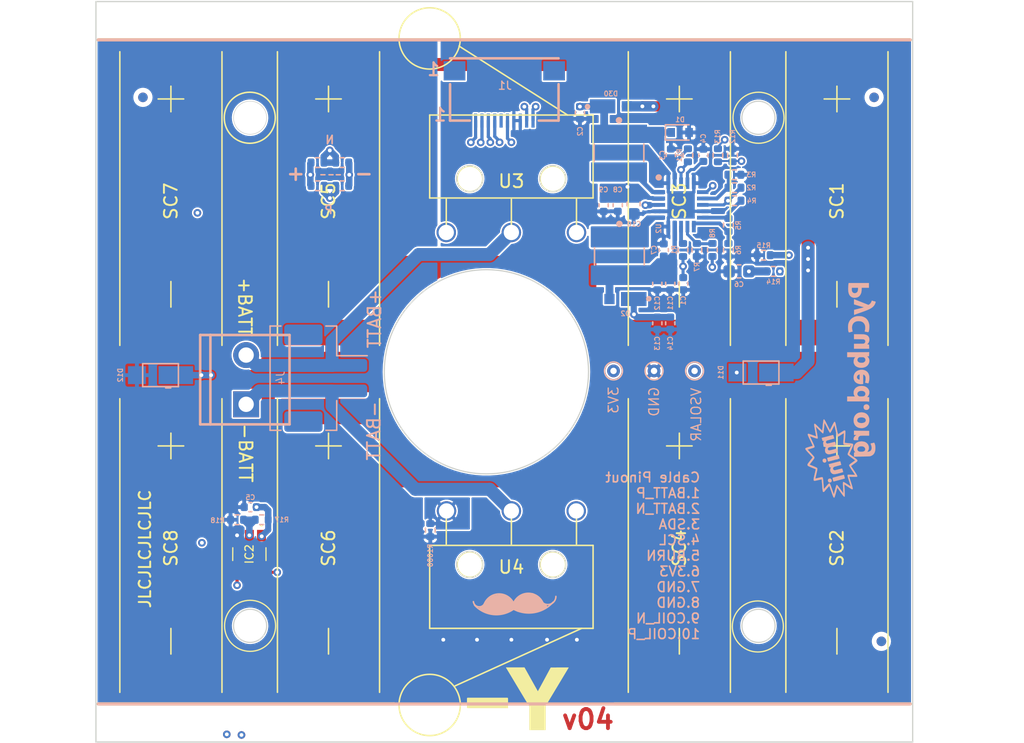
<source format=kicad_pcb>
(kicad_pcb (version 20211014) (generator pcbnew)
  (layers (0 "F.Cu" signal "Top") (1 "In1.Cu" signal) (2 "In2.Cu" signal) (3 "In3.Cu" signal) (4 "In4.Cu" signal) (31 "B.Cu" signal "Bottom") (34 "B.Paste" user) (35 "F.Paste" user) (36 "B.SilkS" user "B.Silkscreen") (37 "F.SilkS" user "F.Silkscreen") (38 "B.Mask" user) (39 "F.Mask" user) (44 "Edge.Cuts" user))
  (net 0 "")
  (net 1 "Net-(D11-Pad2)")
  (net 2 "GND")
  (net 3 "VOUT_EN")
  (net 4 "VSOLAR")
  (net 5 "Net-(C4-Pad1)")
  (net 6 "+3V3")
  (net 7 "/VBAT")
  (net 8 "Net-(C10-Pad1)")
  (net 9 "Net-(IC2-Pad2)")
  (net 10 "SCL1")
  (net 11 "SDA1")
  (net 12 "COIL_N")
  (net 13 "BATT_N")
  (net 14 "BATT_P")
  (net 15 "Net-(L1-Pad2)")
  (net 16 "Net-(L2-Pad1)")
  (net 17 "VBAT_OK")
  (net 18 "Net-(R5-Pad1)")
  (net 19 "COIL_P")
  (net 20 "/coil")
  (net 21 "Net-(R2-Pad2)")
  (net 22 "Net-(R2-Pad1)")
  (net 23 "Net-(R4-Pad1)")
  (net 24 "Net-(R11-Pad1)")
  (net 25 "Net-(J3-Pad2)")
  (net 26 "Net-(J3-Pad1)")
  (net 27 "Net-(C11-Pad1)")
  (net 28 "/VSOLAR_FULL")
  (net 29 "Net-(R7-Pad2)")
  (net 31 "BURN1")
  (net 34 "Net-(R1000-Pad1)")
  (footprint "SolarCellParts:KXOB25-05X3F" (layer "F.Cu") (at 171.0436 74.93 -90)
    (fp_text reference "SC1")
    (fp_text value "SolarCell_Small")
  )
  (footprint "SolarCellParts:KXOB25-05X3F" (layer "F.Cu") (at 171.0436 102.108 -90)
    (fp_text reference "SC2")
    (fp_text value "SolarCell_Small")
  )
  (footprint "SolarCellParts:KXOB25-05X3F" (layer "F.Cu") (at 131.2164 102.108 -90)
    (fp_text reference "SC6")
    (fp_text value "SolarCell_Small")
  )
  (footprint "SolarCellParts:KXOB25-05X3F" (layer "F.Cu") (at 131.2164 74.93 -90)
    (fp_text reference "SC5")
    (fp_text value "SolarCell_Small")
  )
  (footprint "SolarCellParts:KXOB25-05X3F" (layer "F.Cu") (at 158.6992 102.108 -90)
    (fp_text reference "SC4")
    (fp_text value "SolarCell_Small")
  )
  (footprint "misc-circuits:TSL2561" (layer "F.Cu") (at 125.0188 113.284 -90)
    (fp_text reference "IC2")
    (fp_text value "TSL2561" hide)
  )
  (footprint "Fiducial:Fiducial_0.75mm_Mask1.5mm" (layer "F.Cu") (at 116.6805 77.504)
    (fp_text reference "REF**" hide)
    (fp_text value "Fiducial_0.75mm_Mask1.5mm")
  )
  (footprint "Fiducial:Fiducial_0.75mm_Mask1.5mm" (layer "F.Cu") (at 173.9545 77.504)
    (fp_text reference "REF**" hide)
    (fp_text value "Fiducial_0.75mm_Mask1.5mm")
  )
  (footprint "Fiducial:Fiducial_0.75mm_Mask1.5mm" (layer "F.Cu") (at 174.526 120.115)
    (fp_text reference "REF**" hide)
    (fp_text value "Fiducial_0.75mm_Mask1.5mm")
  )
  (footprint "SolarCellParts:KXOB25-05X3F" (layer "F.Cu") (at 158.6992 74.93 -90)
    (fp_text reference "SC3")
    (fp_text value "SolarCell_Small")
  )
  (footprint "SolarCellParts:D2F-L2" (layer "F.Cu") (at 145.542 109.900009 180)
    (fp_text reference "U4")
    (fp_text value "SW_SPDT")
  )
  (footprint "SolarCellParts:KXOB25-05X3F" (layer "F.Cu") (at 118.872 74.93 -90)
    (fp_text reference "SC7")
    (fp_text value "SolarCell_Small")
  )
  (footprint "custom-footprints:ypanel" (layer "F.Cu") (at 164.621794 125.5395)
    (fp_text reference "Ref**" hide)
    (fp_text value "Val**" hide)
  )
  (footprint "SolarCellParts:D2F-L2-2" (layer "F.Cu") (at 145.542 88.0872)
    (fp_text reference "U3")
    (fp_text value "SW_SPDT")
  )
  (footprint "SolarCellParts:KXOB25-05X3F" (layer "F.Cu") (at 118.872 102.108 -90)
    (fp_text reference "SC8")
    (fp_text value "SolarCell_Small")
  )
  (footprint "misc-circuits:XF2M-1015-1A" (layer "B.Cu") (at 144.98828 79.3242)
    (fp_text reference "J1")
    (fp_text value "XF2M-1015-1A" hide)
  )
  (footprint "Resistor_SMD:R_0402_1005Metric" (layer "B.Cu") (at 130.35915 84.4296 180)
    (fp_text reference "R9" hide)
    (fp_text value "0")
  )
  (footprint "Resistor_SMD:R_0402_1005Metric" (layer "B.Cu") (at 132.28955 84.4296 180)
    (fp_text reference "R10" hide)
    (fp_text value "0")
  )
  (footprint "Resistor_SMD:R_0402_1005Metric" (layer "B.Cu") (at 130.35915 82.6135 180)
    (fp_text reference "R16" hide)
    (fp_text value "0")
  )
  (footprint "Resistor_SMD:R_0402_1005Metric" (layer "B.Cu") (at 132.28955 82.6135 180)
    (fp_text reference "R19" hide)
    (fp_text value "0")
  )
  (footprint "Resistor_SMD:R_0402_1005Metric" (layer "B.Cu") (at 124.0536 110.5916)
    (fp_text reference "R18")
    (fp_text value "0")
  )
  (footprint "Resistor_SMD:R_0402_1005Metric" (layer "B.Cu") (at 125.984 110.5916)
    (fp_text reference "R17")
    (fp_text value "0")
  )
  (footprint "Capacitor_SMD:C_0402_1005Metric" (layer "B.Cu") (at 125.095 109.601)
    (fp_text reference "C5")
    (fp_text value "0.1uF")
  )
  (footprint "Resistor_SMD:R_0402_1005Metric" (layer "B.Cu") (at 139.192 111.4044 -90)
    (fp_text reference "R1000")
    (fp_text value "0")
  )
  (footprint "SolarCellParts:SB Diode" (layer "B.Cu") (at 118.0592 99.2632 180)
    (fp_text reference "D12")
    (fp_text value "SBDiode")
  )
  (footprint "SolarCellParts:SB Diode" (layer "B.Cu") (at 165.1 99.06 180)
    (fp_text reference "D11")
    (fp_text value "SBDiode")
  )
  (footprint "misc-circuits:SCREWTERMINAL-3.5MM-2_LOCK" (layer "B.Cu") (at 124.7648 101.36886 90)
    (fp_text reference "J3" hide)
    (fp_text value "BATTERY CONNECTOR")
  )
  (footprint "Fiducial:Fiducial_0.75mm_Mask1.5mm" (layer "B.Cu") (at 174.526 120.115)
    (fp_text reference "REF**" hide)
    (fp_text value "Fiducial_0.75mm_Mask1.5mm")
  )
  (footprint "Fiducial:Fiducial_0.75mm_Mask1.5mm" (layer "B.Cu") (at 173.9545 77.504)
    (fp_text reference "REF**" hide)
    (fp_text value "Fiducial_0.75mm_Mask1.5mm")
  )
  (footprint "Fiducial:Fiducial_0.75mm_Mask1.5mm" (layer "B.Cu") (at 116.6805 77.504)
    (fp_text reference "REF**" hide)
    (fp_text value "Fiducial_0.75mm_Mask1.5mm")
  )
  (footprint "Resistor_SMD:R_0402_1005Metric" (layer "B.Cu") (at 161.722 82.042 -90)
    (fp_text reference "R13")
    (fp_text value "0")
  )
  (footprint "Capacitor_SMD:C_0402_1005Metric" (layer "B.Cu") (at 152.7685 85.95574 -90)
    (fp_text reference "C9")
    (fp_text value "0.1uF")
  )
  (footprint "Resistor_SMD:R_0402_1005Metric" (layer "B.Cu") (at 163.0172 85.598 180)
    (fp_text reference "R4")
    (fp_text value "374K")
  )
  (footprint "Capacitor_SMD:C_0402_1005Metric" (layer "B.Cu") (at 153.8732 85.9464 -90)
    (fp_text reference "C8")
    (fp_text value "4.7uF")
  )
  (footprint "TestPoint:TestPoint_THTPad_D1.0mm_Drill0.5mm" (layer "B.Cu") (at 159.893 98.933)
    (fp_text reference "TP3" hide)
    (fp_text value "TP")
  )
  (footprint "Resistor_SMD:R_0402_1005Metric" (layer "B.Cu") (at 158.987 89.45924 -90)
    (fp_text reference "R1")
    (fp_text value "0")
  )
  (footprint "Resistor_SMD:R_0402_1005Metric" (layer "B.Cu") (at 160.0708 89.45574 90)
    (fp_text reference "R7")
    (fp_text value "4.75M")
  )
  (footprint "misc-circuits:MICROSMP" (layer "B.Cu") (at 153.3355 78.20574)
    (fp_text reference "D30")
    (fp_text value "MSS1P4-M3_89A" hide)
  )
  (footprint "Resistor_SMD:R_0402_1005Metric" (layer "B.Cu") (at 162.543 89.45924 90)
    (fp_text reference "R6")
    (fp_text value "4.53M")
  )
  (footprint "Capacitor_SMD:C_0402_1005Metric" (layer "B.Cu") (at 160.5788 82.042 90)
    (fp_text reference "C4")
    (fp_text value "10nF")
  )
  (footprint "TestPoint:TestPoint_THTPad_D1.0mm_Drill0.5mm" (layer "B.Cu") (at 156.718 98.933 90)
    (fp_text reference "TP2" hide)
    (fp_text value "TP")
  )
  (footprint "misc-circuits:MICROSMP" (layer "B.Cu") (at 154.47538 93.30256 180)
    (fp_text reference "D2")
    (fp_text value "MSS1P4-M3_89A" hide)
  )
  (footprint "Resistor_SMD:R_0402_1005Metric" (layer "B.Cu") (at 159.3725 82.042 90)
    (fp_text reference "R11")
    (fp_text value "0")
  )
  (footprint "Capacitor_SMD:C_0402_1005Metric" (layer "B.Cu") (at 158.0345 82.02974 90)
    (fp_text reference "C3")
    (fp_text value "4.7uF")
  )
  (footprint "Capacitor_SMD:C_0603_1608Metric" (layer "B.Cu") (at 155.118 85.85274 -90)
    (fp_text reference "C10")
    (fp_text value "100uF")
  )
  (footprint "Resistor_SMD:R_0402_1005Metric" (layer "B.Cu") (at 163.0172 84.582)
    (fp_text reference "R2")
    (fp_text value "7.32M")
  )
  (footprint "Capacitor_SMD:C_0402_1005Metric" (layer "B.Cu") (at 157.48 89.4588 90)
    (fp_text reference "C7")
    (fp_text value "22uF")
  )
  (footprint "misc-circuits:QFN50P350X350X100-21N-D" (layer "B.Cu") (at 158.832844 85.9264 -90)
    (fp_text reference "U2")
    (fp_text value "Value" hide)
  )
  (footprint "Resistor_SMD:R_0402_1005Metric" (layer "B.Cu") (at 162.865 82.042 -90)
    (fp_text reference "R12")
    (fp_text value "0")
  )
  (footprint "Capacitor_SMD:C_0402_1005Metric" (layer "B.Cu") (at 159.004 92.1004 -90)
    (fp_text reference "C1")
    (fp_text value "1.0uF")
  )
  (footprint "Diode_SMD:D_SOD-523" (layer "B.Cu") (at 158.7615 80.25174)
    (fp_text reference "D1")
    (fp_text value "SDM20U40-7")
  )
  (footprint "Resistor_SMD:R_0402_1005Metric" (layer "B.Cu") (at 163.012 83.566 180)
    (fp_text reference "R3")
    (fp_text value "5.62M")
  )
  (footprint "misc-circuits:LPS4018" (layer "B.Cu") (at 153.9705 81.83924 -90)
    (fp_text reference "L1" hide)
    (fp_text value "22uH-LPS4018-223MR" hide)
  )
  (footprint "Connector_JST:JST_PH_B2B-PH-SM4-TB_1x02-1MP_P2.00mm_Vertical" (layer "B.Cu") (at 131 99.5 -90)
    (fp_text reference "J4")
    (fp_text value "B2B-PH-SM4-TB_LF__SN_")
  )
  (footprint "misc-circuits:LPS4018" (layer "B.Cu") (at 154.00352 89.95574 -90)
    (fp_text reference "L2" hide)
    (fp_text value "10uH-LPS4018-103MR" hide)
  )
  (footprint "TestPoint:TestPoint_THTPad_D1.0mm_Drill0.5mm" (layer "B.Cu") (at 153.543 98.933 90)
    (fp_text reference "TP1" hide)
    (fp_text value "TP")
  )
  (footprint "Capacitor_SMD:C_0402_1005Metric" (layer "B.Cu") (at 150.912 78.70574 -90)
    (fp_text reference "C2")
    (fp_text value "0.1uF")
  )
  (footprint "Resistor_SMD:R_0402_1005Metric" (layer "B.Cu") (at 162.543 87.50374 90)
    (fp_text reference "R5")
    (fp_text value "8.25M")
  )
  (footprint "Resistor_SMD:R_0402_1005Metric" (layer "B.Cu") (at 161.29 89.45574 -90)
    (fp_text reference "R8")
    (fp_text value "8.25M")
  )
  (footprint "Capacitor_SMD:C_0402_1005Metric" (layer "B.Cu") (at 156.972 95.1992 -90)
    (fp_text reference "C13")
    (fp_text value "0.1uF")
  )
  (footprint "Capacitor_SMD:C_0402_1005Metric" (layer "B.Cu") (at 157.988 92.1004 -90)
    (fp_text reference "C11")
    (fp_text value "0.1uF")
  )
  (footprint "custom-footprints:pycubed_mini_logo" (layer "B.Cu") (at 170.806348 107.248992 -90)
    (fp_text reference "Ref**" hide)
    (fp_text value "Val**" hide)
  )
  (footprint "Resistor_SMD:R_0402_1005Metric" (layer "B.Cu") (at 165.3032 89.8652 180)
    (fp_text reference "R15")
    (fp_text value "0")
  )
  (footprint "Resistor_SMD:R_0402_1005Metric" (layer "B.Cu") (at 166.0652 91.1352 180)
    (fp_text reference "R14")
    (fp_text value "0")
  )
  (footprint "Capacitor_SMD:C_0402_1005Metric" (layer "B.Cu") (at 156.972 92.1004 -90)
    (fp_text reference "C12")
    (fp_text value "100uF")
  )
  (footprint "Capacitor_SMD:C_0402_1005Metric" (layer "B.Cu") (at 157.988 95.1992 -90)
    (fp_text reference "C14")
    (fp_text value "100uF")
  )
  (footprint "Capacitor_SMD:C_0603_1608Metric" (layer "B.Cu") (at 163.3728 91.1352 180)
    (fp_text reference "C6")
    (fp_text value "100uF")
  )
  (gr_arc (start 143.421578 117.191223) (mid 144.559333 116.405179) (end 145.725919 117.147761) (layer "B.SilkS") (width 0.12))
  (gr_line (start 131.2545 83.566) (end 131.572 83.566) (layer "B.SilkS") (width 0.12))
  (gr_line (start 130.937 83.566) (end 130.6195 83.566) (layer "B.SilkS") (width 0.12))
  (gr_line (start 132.1435 83.566) (end 131.826 83.566) (layer "B.SilkS") (width 0.12))
  (gr_line (start 113.1824 72.9996) (end 176.784 72.9996) (layer "B.SilkS") (width 0.254))
  (gr_line (start 113.1824 125.0188) (end 136.3472 125.0188) (layer "B.SilkS") (width 0.254))
  (gr_line (start 136.3472 125.0188) (end 176.784 125.0188) (layer "B.SilkS") (width 0.254))
  (gr_arc (start 148.811249 117.046117) (mid 147.387097 117.847549) (end 145.76852 117.62236) (layer "B.SilkS") (width 0.12))
  (gr_arc (start 145.707578 117.140822) (mid 146.845333 116.354778) (end 148.011919 117.09736) (layer "B.SilkS") (width 0.12))
  (gr_arc (start 149.02852 116.59736) (mid 148.677501 117.165321) (end 148.01252 117.10536) (layer "B.SilkS") (width 0.12))
  (gr_arc (start 143.41452 117.19856) (mid 142.92226 117.403275) (end 142.567232 117.005552) (layer "B.SilkS") (width 0.12))
  (gr_arc (start 145.70052 117.60496) (mid 144.117135 118.009854) (end 142.656774 117.276102) (layer "B.SilkS") (width 0.12))
  (gr_line (start 113.1824 72.9996) (end 176.784 72.9996) (layer "F.SilkS") (width 0.254))
  (gr_circle (center 164.85 118.95) (end 166.85 118.95) (layer "F.SilkS") (width 0.1) (fill none))
  (gr_circle (center 164.9 79.1) (end 166.9 79.1) (layer "F.SilkS") (width 0.1) (fill none))
  (gr_circle (center 125.05 79.1) (end 127.05 79.1) (layer "F.SilkS") (width 0.12) (fill none))
  (gr_line (start 153.6192 125.0188) (end 176.784 125.0188) (layer "F.SilkS") (width 0.254))
  (gr_line (start 113.1824 125.0188) (end 136.3472 125.0188) (layer "F.SilkS") (width 0.254))
  (gr_circle (center 125.075 118.9) (end 127.075 118.9) (layer "F.SilkS") (width 0.1) (fill none))
  (gr_circle (center 125.0728 79.1) (end 126.3728 79.1) (layer "Edge.Cuts") (width 0.05) (fill none))
  (gr_circle (center 164.895 79.10248) (end 166.195 79.10248) (layer "Edge.Cuts") (width 0.1) (fill none))
  (gr_circle (center 164.9 118.9) (end 166.2 118.9) (layer "Edge.Cuts") (width 0.1) (fill none))
  (gr_circle (center 148.779636 114.0968) (end 147.750072 114.0968) (layer "Edge.Cuts") (width 0.1) (fill none))
  (gr_line (start 113 128) (end 176.975 128) (layer "Edge.Cuts") (width 0.1))
  (gr_line (start 113 70) (end 113 128) (layer "Edge.Cuts") (width 0.1))
  (gr_circle (center 125.075 118.9) (end 126.375 118.9) (layer "Edge.Cuts") (width 0.1) (fill none))
  (gr_circle (center 148.779636 83.8708) (end 147.750072 83.8708) (layer "Edge.Cuts") (width 0.1) (fill none))
  (gr_circle (center 143.587 99.000001) (end 135.587 99.000001) (layer "Edge.Cuts") (width 0.1) (fill none))
  (gr_line (start 176.975 70) (end 176.975 128) (layer "Edge.Cuts") (width 0.1))
  (gr_circle (center 142.277236 83.8708) (end 141.247672 83.8708) (layer "Edge.Cuts") (width 0.1) (fill none))
  (gr_line (start 176.975 70) (end 113 70) (layer "Edge.Cuts") (width 0.1))
  (gr_circle (center 142.277236 114.0968) (end 141.247672 114.0968) (layer "Edge.Cuts") (width 0.1) (fill none))
  (gr_text "v04" (at 151.5364 126.238) (layer "F.Cu") (effects (font (size 1.5 1.5) (thickness 0.3))))
  (gr_text "+BATT" (at 134.8232 94.8436 90) (layer "B.SilkS") (effects (font (size 1 1)) (justify mirror)))
  (gr_text "+" (at 128.651 83.439) (layer "B.SilkS") (effects (font (size 1.143 1.143) (thickness 0.2032)) (justify mirror)))
  (gr_text "N" (at 131.318 80.772 180) (layer "B.SilkS") (effects (font (size 0.635 0.635) (thickness 0.127)) (justify mirror)))
  (gr_text "P" (at 131.22275 86.3092) (layer "B.SilkS") (effects (font (size 0.635 0.635) (thickness 0.127)) (justify mirror)))
  (gr_text "-" (at 133.985 83.439) (layer "B.SilkS") (effects (font (size 1.143 1.143) (thickness 0.2032)) (justify mirror)))
  (gr_text "3V3" (at 153.543 101.219 90) (layer "B.SilkS") (effects (font (size 0.762 0.762) (thickness 0.1016)) (justify mirror)))
  (gr_text "GND" (at 156.718 101.346 90) (layer "B.SilkS") (effects (font (size 0.762 0.762) (thickness 0.1016)) (justify mirror)))
  (gr_text "1" (at 139.954 78.867) (layer "B.SilkS") (effects (font (size 1 1) (thickness 0.1778)) (justify mirror)))
  (gr_text "VSOLAR" (at 160.02 102.362 90) (layer "B.SilkS") (effects (font (size 0.762 0.762) (thickness 0.1016)) (justify mirror)))
  (gr_text "1" (at 139.446 75.311) (layer "B.SilkS") (effects (font (size 1 1) (thickness 0.1778)) (justify mirror)))
  (gr_text "-BATT\n" (at 134.7724 103.632 90) (layer "B.SilkS") (effects (font (size 1 1)) (justify mirror)))
  (gr_text "Cable Pinout\n1.BATT_P\n2.BATT_N\n3.SDA\n4.SCL\n5.BURN\n6.3V3\n7.GND\n8.GND\n9.COIL_N\n10.COIL_P" (at 160.401 113.411) (layer "B.SilkS") (effects (font (size 0.762 0.762) (thickness 0.127)) (justify left mirror)))
  (gr_text "+BATT" (at 124.6632 93.9292 270) (layer "F.SilkS") (effects (font (size 1 1))))
  (gr_text "-BATT\n" (at 124.714 105.3592 270) (layer "F.SilkS") (effects (font (size 1 1))))
  (gr_text "JLCJLCJLCJLC" (at 116.84 112.8776 90) (layer "F.SilkS") (effects (font (size 0.9 0.9))))
  (segment (start 169.60342 95.89008) (end 169.545 95.9485) (width 1) (layer "F.Cu") (net 1))
  (segment (start 172.00372 95.89008) (end 169.60342 95.89008) (width 1) (layer "F.Cu") (net 1))
  (via (at 122.0216 99.2632) (size 0.6) (drill 0.3) (layers "F.Cu" "B.Cu") (net 1))
  (via (at 121.2596 99.2632) (size 0.6) (drill 0.3) (layers "F.Cu" "B.Cu") (net 1))
  (via (at 163.195 99.06) (size 0.6) (drill 0.3) (layers "F.Cu" "B.Cu") (net 1))
  (segment (start 119.2592 99.2632) (end 122.0216 99.2632) (width 0.508) (layer "B.Cu") (net 1))
  (segment (start 142.8496 119.9896) (end 145.542 119.9896) (width 1.27) (layer "F.Cu") (net 2))
  (segment (start 140.208 119.9896) (end 142.8496 119.9896) (width 1.27) (layer "F.Cu") (net 2))
  (segment (start 148.336 119.9896) (end 150.6728 119.9896) (width 1.27) (layer "F.Cu") (net 2))
  (segment (start 150.7236 119.9896) (end 153.842 123.108) (width 1.27) (layer "F.Cu") (net 2))
  (segment (start 171.0436 123.108) (end 158.6992 123.108) (width 1.27) (layer "F.Cu") (net 2))
  (segment (start 137.0388 123.108) (end 140.1572 119.9896) (width 1.27) (layer "F.Cu") (net 2))
  (segment (start 150.6728 119.9896) (end 150.7236 119.9896) (width 1.27) (layer "F.Cu") (net 2))
  (segment (start 118.872 123.108) (end 131.2164 123.108) (width 1.27) (layer "F.Cu") (net 2))
  (segment (start 131.2164 123.108) (end 137.0388 123.108) (width 1.27) (layer "F.Cu") (net 2))
  (segment (start 145.542 119.9896) (end 148.336 119.9896) (width 1.27) (layer "F.Cu") (net 2))
  (segment (start 153.842 123.108) (end 158.6992 123.108) (width 1.27) (layer "F.Cu") (net 2))
  (segment (start 140.1572 119.9896) (end 140.208 119.9896) (width 1.27) (layer "F.Cu") (net 2))
  (via (at 140.208 119.9896) (size 0.6) (drill 0.3) (layers "F.Cu" "B.Cu") (net 2))
  (via (at 148.336 119.9896) (size 0.6) (drill 0.3) (layers "F.Cu" "B.Cu") (net 2))
  (via (at 142.8496 119.9896) (size 0.6) (drill 0.3) (layers "F.Cu" "B.Cu") (net 2))
  (via (at 150.6728 119.9896) (size 0.6) (drill 0.3) (layers "F.Cu" "B.Cu") (net 2))
  (via (at 145.542 119.9896) (size 0.6) (drill 0.3) (layers "F.Cu" "B.Cu") (net 2))
  (via (at 124.0536 111.8108) (size 0.6) (drill 0.3) (layers "F.Cu" "B.Cu") (net 2))
  (segment (start 157.132844 86.4264) (end 157.98616 86.4264) (width 0.29972) (layer "B.Cu") (net 2))
  (segment (start 159.8379 84.271344) (end 159.8379 84.07444) (width 0.2286) (layer "B.Cu") (net 2))
  (segment (start 156.867876 86.4264) (end 156.827166 86.46711) (width 0.2286) (layer "B.Cu") (net 2))
  (segment (start 157.98616 86.4264) (end 158.0345 86.47474) (width 0.29972) (layer "B.Cu") (net 2))
  (segment (start 157.836355 84.929911) (end 158.832844 85.9264) (width 0.254) (layer "B.Cu") (net 2))
  (segment (start 159.832844 84.2264) (end 159.829333 84.229911) (width 0.254) (layer "B.Cu") (net 2))
  (segment (start 159.829333 84.229911) (end 159.829333 84.929911) (width 0.254) (layer "B.Cu") (net 2))
  (segment (start 157.836355 84.229911) (end 157.836355 84.929911) (width 0.254) (layer "B.Cu") (net 2))
  (segment (start 159.829333 84.929911) (end 158.832844 85.9264) (width 0.254) (layer "B.Cu") (net 2))
  (segment (start 157.836355 86.922889) (end 158.832844 85.9264) (width 0.254) (layer "B.Cu") (net 2))
  (segment (start 157.832844 87.6264) (end 157.836355 87.622889) (width 0.254) (layer "B.Cu") (net 2))
  (segment (start 157.836355 87.622889) (end 157.836355 86.922889) (width 0.254) (layer "B.Cu") (net 2))
  (segment (start 159.332844 86.4264) (end 158.832844 85.9264) (width 0.254) (layer "B.Cu") (net 2))
  (segment (start 157.832844 84.2264) (end 157.836355 84.229911) (width 0.254) (layer "B.Cu") (net 2))
  (segment (start 160.532844 86.4264) (end 159.332844 86.4264) (width 0.254) (layer "B.Cu") (net 2))
  (via (at 158.9915 90.742234) (size 0.6) (drill 0.3) (layers "F.Cu" "B.Cu") (net 3))
  (via (at 161.311946 84.426686) (size 0.6) (drill 0.3) (layers "F.Cu" "B.Cu") (net 3))
  (segment (start 161.311946 84.447298) (end 161.311946 84.426686) (width 0.24) (layer "B.Cu") (net 3))
  (segment (start 160.532844 84.9264) (end 160.832844 84.9264) (width 0.24) (layer "B.Cu") (net 3))
  (segment (start 158.9915 90.742234) (end 158.9915 91.65424) (width 0.24) (layer "B.Cu") (net 3))
  (segment (start 158.987 90.737734) (end 158.9915 90.742234) (width 0.24) (layer "B.Cu") (net 3))
  (segment (start 158.987 89.94424) (end 158.987 90.737734) (width 0.24) (layer "B.Cu") (net 3))
  (segment (start 160.832844 84.9264) (end 161.311946 84.447298) (width 0.24) (layer "B.Cu") (net 3))
  (via (at 150.912 78.22574) (size 0.6) (drill 0.3) (layers "F.Cu" "B.Cu") (net 4))
  (segment (start 152.8125 80.23674) (end 152.8275 80.25174) (width 0.6096) (layer "B.Cu") (net 4))
  (segment (start 152.8125 78.53724) (end 152.8125 80.23674) (width 0.6096) (layer "B.Cu") (net 4))
  (segment (start 152.6855 78.20574) (end 150.932 78.20574) (width 0.508) (layer "B.Cu") (net 4))
  (segment (start 150.932 78.20574) (end 150.912 78.22574) (width 0.508) (layer "B.Cu") (net 4))
  (segment (start 154.07845 80.25174) (end 153.9705 80.35969) (width 0.508) (layer "B.Cu") (net 4))
  (segment (start 158.4025 82.51474) (end 158.0345 82.51474) (width 0.24) (layer "B.Cu") (net 4))
  (segment (start 158.0615 80.25174) (end 154.07845 80.25174) (width 0.508) (layer "B.Cu") (net 4))
  (segment (start 159.3725 81.54474) (end 158.4025 82.51474) (width 0.24) (layer "B.Cu") (net 4))
  (segment (start 159.332844 84.2264) (end 159.332844 83.434896) (width 0.24) (layer "B.Cu") (net 5))
  (segment (start 160.488 82.51474) (end 160.5745 82.51474) (width 0.24) (layer "B.Cu") (net 5))
  (segment (start 159.847 83.15574) (end 160.488 82.51474) (width 0.24) (layer "B.Cu") (net 5))
  (segment (start 159.332844 83.434896) (end 159.612 83.15574) (width 0.24) (layer "B.Cu") (net 5))
  (segment (start 159.612 83.15574) (end 159.847 83.15574) (width 0.24) (layer "B.Cu") (net 5))
  (segment (start 125.984 111.8492) (end 125.9688 111.834) (width 0.508) (layer "F.Cu") (net 6))
  (segment (start 125.984 111.887) (end 125.984 111.8492) (width 0.508) (layer "F.Cu") (net 6))
  (via (at 125.575 109.601) (size 0.6) (drill 0.3) (layers "F.Cu" "B.Cu") (net 6))
  (via (at 155.1432 94.503498) (size 0.6) (drill 0.3) (layers "F.Cu" "B.Cu") (net 6))
  (via (at 145.542 81.026) (size 0.6) (drill 0.3) (layers "F.Cu" "B.Cu") (net 6))
  (via (at 125.984 111.887) (size 0.6) (drill 0.3) (layers "F.Cu" "B.Cu") (net 6))
  (segment (start 157.988 94.7192) (end 156.972 94.7192) (width 0.508) (layer "B.Cu") (net 6))
  (segment (start 126.494 109.857) (end 126.494 110.5916) (width 0.508) (layer "B.Cu") (net 6))
  (segment (start 155.1432 94.503498) (end 155.1285 94.488798) (width 0.48) (layer "B.Cu") (net 6))
  (segment (start 125.575 109.601) (end 126.238 109.601) (width 0.508) (layer "B.Cu") (net 6))
  (segment (start 145.23828 80.72228) (end 145.23828 79.3242) (width 0.254) (layer "B.Cu") (net 6))
  (segment (start 126.494 111.377) (end 126.494 110.5916) (width 0.48) (layer "B.Cu") (net 6))
  (segment (start 156.972 94.7192) (end 155.358902 94.7192) (width 0.508) (layer "B.Cu") (net 6))
  (segment (start 155.358902 94.7192) (end 155.1432 94.503498) (width 0.508) (layer "B.Cu") (net 6))
  (segment (start 126.238 109.601) (end 126.494 109.857) (width 0.508) (layer "B.Cu") (net 6))
  (segment (start 145.542 81.026) (end 145.23828 80.72228) (width 0.254) (layer "B.Cu") (net 6))
  (segment (start 125.984 111.887) (end 126.494 111.377) (width 0.48) (layer "B.Cu") (net 6))
  (segment (start 155.1285 94.488798) (end 155.1285 93.14224) (width 0.48) (layer "B.Cu") (net 6))
  (via (at 156.038844 85.9464) (size 0.6) (drill 0.3) (layers "F.Cu" "B.Cu") (net 7))
  (via (at 164.1478 91.1352) (size 0.6) (drill 0.3) (layers "F.Cu" "B.Cu") (net 7))
  (segment (start 157.132844 85.9264) (end 156.4035 85.9264) (width 0.29972) (layer "B.Cu") (net 7))
  (segment (start 156.4035 85.9264) (end 156.3835 85.9464) (width 0.29972) (layer "B.Cu") (net 7))
  (segment (start 156.038844 85.9464) (end 156.3835 85.9464) (width 0.508) (layer "B.Cu") (net 7))
  (segment (start 165.5552 91.1352) (end 164.1856 91.1352) (width 0.635) (layer "B.Cu") (net 7))
  (via (at 154.6352 84.5111) (size 0.6) (drill 0.3) (layers "F.Cu" "B.Cu") (net 8))
  (via (at 162.2552 80.8228) (size 0.6) (drill 0.3) (layers "F.Cu" "B.Cu") (net 8))
  (segment (start 156.650184 85.4264) (end 156.613914 85.39013) (width 0.29972) (layer "B.Cu") (net 8))
  (segment (start 156.613914 85.39013) (end 156.2565 85.39013) (width 0.29972) (layer "B.Cu") (net 8))
  (segment (start 157.132844 85.4264) (end 156.650184 85.4264) (width 0.29972) (layer "B.Cu") (net 8))
  (segment (start 154.6352 84.5111) (end 153.912 85.2343) (width 0.24) (layer "B.Cu") (net 8))
  (segment (start 154.18964 85.4614) (end 153.912 85.4614) (width 0.24) (layer "B.Cu") (net 8))
  (segment (start 156.03461 85.16824) (end 154.4828 85.16824) (width 0.24) (layer "B.Cu") (net 8))
  (segment (start 156.2565 85.39013) (end 156.03461 85.16824) (width 0.24) (layer "B.Cu") (net 8))
  (segment (start 154.4828 85.16824) (end 154.18964 85.4614) (width 0.24) (layer "B.Cu") (net 8))
  (segment (start 152.92134 85.4614) (end 152.912 85.47074) (width 0.24) (layer "B.Cu") (net 8))
  (segment (start 153.912 85.4614) (end 152.92134 85.4614) (width 0.24) (layer "B.Cu") (net 8))
  (segment (start 161.722 81.356) (end 161.722 81.52074) (width 0.16) (layer "B.Cu") (net 8))
  (segment (start 162.2552 80.8228) (end 161.722 81.356) (width 0.16) (layer "B.Cu") (net 8))
  (segment (start 153.912 85.2343) (end 153.912 85.4614) (width 0.24) (layer "B.Cu") (net 8))
  (via (at 125.0188 111.8108) (size 0.6) (drill 0.3) (layers "F.Cu" "B.Cu") (net 9))
  (segment (start 125.0188 111.0468) (end 125.474 110.5916) (width 0.508) (layer "B.Cu") (net 9))
  (segment (start 125.0188 111.0468) (end 124.5636 110.5916) (width 0.508) (layer "B.Cu") (net 9))
  (segment (start 124.5636 110.5916) (end 125.474 110.5916) (width 0.508) (layer "B.Cu") (net 9))
  (segment (start 125.0188 111.8108) (end 125.0188 111.0468) (width 0.508) (layer "B.Cu") (net 9))
  (segment (start 124.0536 115.7224) (end 124.0536 114.7492) (width 0.254) (layer "F.Cu") (net 10))
  (segment (start 124.0536 114.7492) (end 124.0688 114.734) (width 0.254) (layer "F.Cu") (net 10))
  (via (at 144.617503 81.026) (size 0.6) (drill 0.3) (layers "F.Cu" "B.Cu") (net 10))
  (via (at 124.0536 115.7224) (size 0.6) (drill 0.3) (layers "F.Cu" "B.Cu") (net 10))
  (segment (start 144.617503 80.939583) (end 144.617503 81.026) (width 0.254) (layer "B.Cu") (net 10))
  (segment (start 144.23828 80.56036) (end 144.617503 80.939583) (width 0.254) (layer "B.Cu") (net 10))
  (segment (start 144.23828 79.3242) (end 144.23828 80.56036) (width 0.254) (layer "B.Cu") (net 10))
  (segment (start 125.9964 114.7064) (end 125.9688 114.734) (width 0.24) (layer "F.Cu") (net 11))
  (segment (start 127.2032 114.7064) (end 125.9964 114.7064) (width 0.24) (layer "F.Cu") (net 11))
  (via (at 127.2032 114.7064) (size 0.6) (drill 0.3) (layers "F.Cu" "B.Cu") (net 11))
  (via (at 143.891 81.026) (size 0.6) (drill 0.3) (layers "F.Cu" "B.Cu") (net 11))
  (segment (start 143.73828 80.598496) (end 143.73828 79.3242) (width 0.254) (layer "B.Cu") (net 11))
  (segment (start 143.891 81.026) (end 143.891 80.751216) (width 0.254) (layer "B.Cu") (net 11))
  (segment (start 143.891 80.751216) (end 143.73828 80.598496) (width 0.254) (layer "B.Cu") (net 11))
  (via (at 146.558 78.232) (size 0.6) (drill 0.3) (layers "F.Cu" "B.Cu") (net 12))
  (via (at 131.318 81.661) (size 0.6) (drill 0.3) (layers "F.Cu" "B.Cu") (net 12))
  (segment (start 131.77955 82.12255) (end 131.318 81.661) (width 0.508) (layer "B.Cu") (net 12))
  (segment (start 130.84415 82.6135) (end 131.80455 82.6135) (width 0.508) (layer "B.Cu") (net 12))
  (segment (start 130.84415 82.13485) (end 130.84415 82.6135) (width 0.508) (layer "B.Cu") (net 12))
  (segment (start 146.73828 79.3242) (end 146.73828 78.41228) (width 0.254) (layer "B.Cu") (net 12))
  (segment (start 131.318 81.661) (end 130.84415 82.13485) (width 0.508) (layer "B.Cu") (net 12))
  (segment (start 131.77955 82.6135) (end 131.77955 82.12255) (width 0.508) (layer "B.Cu") (net 12))
  (segment (start 146.73828 78.41228) (end 146.558 78.232) (width 0.254) (layer "B.Cu") (net 12))
  (via (at 143.139518 81.035995) (size 0.6) (drill 0.3) (layers "F.Cu" "B.Cu") (net 13))
  (via (at 167.2844 89.8652) (size 0.6) (drill 0.3) (layers "F.Cu" "B.Cu") (net 13))
  (segment (start 143.23828 80.937233) (end 143.23828 79.3242) (width 0.254) (layer "B.Cu") (net 13))
  (segment (start 143.139518 81.035995) (end 143.23828 80.937233) (width 0.254) (layer "B.Cu") (net 13))
  (segment (start 167.2844 89.8652) (end 165.8132 89.8652) (width 0.508) (layer "B.Cu") (net 13))
  (via (at 142.367 81.026) (size 0.6) (drill 0.3) (layers "F.Cu" "B.Cu") (net 14))
  (via (at 166.5732 91.1352) (size 0.6) (drill 0.3) (layers "F.Cu" "B.Cu") (net 14))
  (segment (start 142.73828 80.65472) (end 142.73828 79.3242) (width 0.254) (layer "B.Cu") (net 14))
  (segment (start 142.367 81.026) (end 142.73828 80.65472) (width 0.254) (layer "B.Cu") (net 14))
  (segment (start 158.832844 88.825584) (end 158.9815 88.97424) (width 0.29972) (layer "B.Cu") (net 17))
  (segment (start 158.9815 88.97424) (end 158.987 88.97424) (width 0.29972) (layer "B.Cu") (net 17))
  (segment (start 158.832844 87.6264) (end 158.832844 88.825584) (width 0.29972) (layer "B.Cu") (net 17))
  (segment (start 162.543 87.98874) (end 162.543 88.97424) (width 0.3) (layer "B.Cu") (net 18))
  (segment (start 159.832844 87.37674) (end 161.849 87.37674) (width 0.3) (layer "B.Cu") (net 18))
  (segment (start 161.849 87.37674) (end 162.461 87.98874) (width 0.3) (layer "B.Cu") (net 18))
  (segment (start 162.461 87.98874) (end 162.543 87.98874) (width 0.3) (layer "B.Cu") (net 18))
  (segment (start 159.832844 87.6264) (end 159.832844 87.37674) (width 0.3) (layer "B.Cu") (net 18))
  (via (at 131.32435 85.3948) (size 0.6) (drill 0.3) (layers "F.Cu" "B.Cu") (net 19))
  (via (at 147.447 78.232) (size 0.6) (drill 0.3) (layers "F.Cu" "B.Cu") (net 19))
  (segment (start 131.80455 84.4296) (end 131.80455 84.9146) (width 0.508) (layer "B.Cu") (net 19))
  (segment (start 147.23828 79.3242) (end 147.23828 78.44072) (width 0.254) (layer "B.Cu") (net 19))
  (segment (start 147.23828 78.44072) (end 147.447 78.232) (width 0.254) (layer "B.Cu") (net 19))
  (segment (start 130.84415 84.4296) (end 130.84415 84.9146) (width 0.508) (layer "B.Cu") (net 19))
  (segment (start 131.80455 84.4296) (end 130.84415 84.4296) (width 0.508) (layer "B.Cu") (net 19))
  (segment (start 131.80455 84.9146) (end 131.32435 85.3948) (width 0.508) (layer "B.Cu") (net 19))
  (segment (start 130.84415 84.9146) (end 131.32435 85.3948) (width 0.508) (layer "B.Cu") (net 19))
  (via (at 123.25 127.4) (size 0.6) (drill 0.3) (layers "F.Cu" "B.Cu") (net 20))
  (via (at 124.4 127.45) (size 0.6) (drill 0.3) (layers "F.Cu" "B.Cu") (net 20))
  (via (at 121.3 112.395) (size 0.6) (drill 0.3) (layers "F.Cu" "B.Cu") (net 20))
  (via (at 120.95 86.55) (size 0.6) (drill 0.3) (layers "F.Cu" "B.Cu") (net 20))
  (via (at 132.842 83.566) (size 0.6) (drill 0.3) (layers "F.Cu" "B.Cu") (net 20))
  (via (at 129.794 83.566) (size 0.6) (drill 0.3) (layers "F.Cu" "B.Cu") (net 20))
  (segment (start 129.794 82.69365) (end 129.794 84.34945) (width 0.508) (layer "B.Cu") (net 20))
  (segment (start 132.842 84.36215) (end 132.842 82.68095) (width 0.508) (layer "B.Cu") (net 20))
  (segment (start 129.794 84.34945) (end 129.87415 84.4296) (width 0.508) (layer "B.Cu") (net 20))
  (segment (start 132.842 82.68095) (end 132.77455 82.6135) (width 0.508) (layer "B.Cu") (net 20))
  (segment (start 129.87415 82.6135) (end 129.794 82.69365) (width 0.508) (layer "B.Cu") (net 20))
  (segment (start 132.77455 84.4296) (end 132.842 84.36215) (width 0.508) (layer "B.Cu") (net 20))
  (via (at 161.2775 90.80574) (size 0.6) (drill 0.3) (layers "F.Cu" "B.Cu") (net 21))
  (via (at 162.5092 85.598) (size 0.6) (drill 0.3) (layers "F.Cu" "B.Cu") (net 21))
  (segment (start 162.5092 85.59244) (end 162.5025 85.58574) (width 0.24) (layer "B.Cu") (net 21))
  (segment (start 162.5092 85.598) (end 162.5092 85.59244) (width 0.24) (layer "B.Cu") (net 21))
  (segment (start 163.5022 84.58604) (end 162.5025 85.58574) (width 0.29972) (layer "B.Cu") (net 21))
  (segment (start 162.5092 85.598) (end 162.1808 85.9264) (width 0.24) (layer "B.Cu") (net 21))
  (segment (start 161.2775 89.85324) (end 161.2775 90.80574) (width 0.24) (layer "B.Cu") (net 21))
  (segment (start 162.1808 85.9264) (end 160.532844 85.9264) (width 0.24) (layer "B.Cu") (net 21))
  (segment (start 163.5022 84.582) (end 163.5022 84.58604) (width 0.29972) (layer "B.Cu") (net 21))
  (segment (start 162.5322 84.52604) (end 162.5322 83.5712) (width 0.24) (layer "B.Cu") (net 22))
  (segment (start 162.5322 83.5712) (end 162.527 83.566) (width 0.24) (layer "B.Cu") (net 22))
  (segment (start 161.64034 85.4264) (end 162.5025 84.56424) (width 0.29972) (layer "B.Cu") (net 22))
  (segment (start 160.532844 85.4264) (end 161.64034 85.4264) (width 0.29972) (layer "B.Cu") (net 22))
  (segment (start 162.543 86.5802) (end 163.5022 85.621) (width 0.3) (layer "B.Cu") (net 23))
  (segment (start 162.543 87.01874) (end 162.543 86.5802) (width 0.3) (layer "B.Cu") (net 23))
  (segment (start 160.532844 86.9264) (end 162.45066 86.9264) (width 0.3) (layer "B.Cu") (net 23))
  (segment (start 162.45066 86.9264) (end 162.543 87.01874) (width 0.3) (layer "B.Cu") (net 23))
  (via (at 158.832844 83.176896) (size 0.6) (drill 0.3) (layers "F.Cu" "B.Cu") (net 24))
  (via (at 163.5635 82.4992) (size 0.6) (drill 0.3) (layers "F.Cu" "B.Cu") (net 24))
  (segment (start 158.832844 83.176896) (end 159.495 82.51474) (width 0.24) (layer "B.Cu") (net 24))
  (segment (start 158.832844 84.2264) (end 158.832844 83.176896) (width 0.24) (layer "B.Cu") (net 24))
  (segment (start 163.5635 82.4992) (end 163.55504 82.49074) (width 0.16) (layer "B.Cu") (net 24))
  (segment (start 163.55504 82.49074) (end 161.612 82.49074) (width 0.16) (layer "B.Cu") (net 24))
  (segment (start 131.5 98.5) (end 131.5 96.592) (width 1.016) (layer "B.Cu") (net 25))
  (segment (start 143.8148 89.8144) (end 145.542 88.0872) (width 1.016) (layer "B.Cu") (net 25))
  (segment (start 138.2776 89.8144) (end 143.8148 89.8144) (width 1.016) (layer "B.Cu") (net 25))
  (segment (start 131.5 96.592) (end 138.2776 89.8144) (width 1.016) (layer "B.Cu") (net 25))
  (segment (start 131.5 98.5) (end 125.57374 98.5) (width 1.016) (layer "B.Cu") (net 25))
  (segment (start 125.57374 98.5) (end 124.7648 97.69106) (width 1.016) (layer "B.Cu") (net 25))
  (segment (start 143.845991 108.204) (end 145.542 109.900009) (width 1.016) (layer "B.Cu") (net 26))
  (segment (start 131.5 101.6804) (end 138.0236 108.204) (width 1.016) (layer "B.Cu") (net 26))
  (segment (start 125.81146 100.5) (end 124.7648 101.54666) (width 1.016) (layer "B.Cu") (net 26))
  (segment (start 131.5 100.5) (end 131.5 101.6804) (width 1.016) (layer "B.Cu") (net 26))
  (segment (start 138.0236 108.204) (end 143.845991 108.204) (width 1.016) (layer "B.Cu") (net 26))
  (segment (start 131.5 100.5) (end 125.81146 100.5) (width 1.016) (layer "B.Cu") (net 26))
  (segment (start 153.2285 93.14224) (end 153.2285 91.26804) (width 0.6096) (layer "B.Cu") (net 27))
  (segment (start 153.2285 91.26804) (end 153.272 91.22454) (width 0.6096) (layer "B.Cu") (net 27))
  (segment (start 168.783 89.281) (end 168.783 90.17) (width 1.016) (layer "F.Cu") (net 28))
  (segment (start 158.6992 74.93) (end 131.2164 74.93) (width 1.016) (layer "F.Cu") (net 28))
  (segment (start 168.783 89.281) (end 168.783 77.1906) (width 1.016) (layer "F.Cu") (net 28))
  (segment (start 157.605705 78.207895) (end 158.6992 77.1144) (width 0.8) (layer "F.Cu") (net 28))
  (segment (start 171.0436 74.93) (end 158.6992 74.93) (width 1.016) (layer "F.Cu") (net 28))
  (segment (start 131.2164 74.93) (end 118.872 74.93) (width 1.016) (layer "F.Cu") (net 28))
  (segment (start 168.783 77.1906) (end 171.0436 74.93) (width 1.016) (layer "F.Cu") (net 28))
  (segment (start 158.6992 77.1144) (end 158.6992 74.93) (width 0.8) (layer "F.Cu") (net 28))
  (segment (start 155.803703 78.207895) (end 157.605705 78.207895) (width 0.8) (layer "F.Cu") (net 28))
  (segment (start 168.783 90.17) (end 168.783 91.059) (width 1.016) (layer "F.Cu") (net 28))
  (via (at 168.783 89.281) (size 0.6) (drill 0.3) (layers "F.Cu" "B.Cu") (net 28))
  (via (at 156.666833 78.207895) (size 0.6) (drill 0.3) (layers "F.Cu" "B.Cu") (net 28))
  (via (at 168.783 90.17) (size 0.6) (drill 0.3) (layers "F.Cu" "B.Cu") (net 28))
  (via (at 155.803703 78.207895) (size 0.6) (drill 0.3) (layers "F.Cu" "B.Cu") (net 28))
  (via (at 168.783 91.059) (size 0.6) (drill 0.3) (layers "F.Cu" "B.Cu") (net 28))
  (segment (start 155.803703 78.207895) (end 156.666833 78.207895) (width 0.8) (layer "B.Cu") (net 28))
  (segment (start 168.783 98.171) (end 167.894 99.06) (width 1.016) (layer "B.Cu") (net 28))
  (segment (start 155.801548 78.20574) (end 155.803703 78.207895) (width 0.8) (layer "B.Cu") (net 28))
  (segment (start 168.783 89.281) (end 168.783 98.171) (width 1.016) (layer "B.Cu") (net 28))
  (segment (start 154.5855 78.20574) (end 155.801548 78.20574) (width 0.8) (layer "B.Cu") (net 28))
  (segment (start 167.894 99.06) (end 166.3 99.06) (width 1.016) (layer "B.Cu") (net 28))
  (segment (start 160.062 88.97074) (end 161.2775 88.97074) (width 0.24) (layer "B.Cu") (net 29))
  (segment (start 159.332844 87.6264) (end 159.332844 88.226084) (width 0.2286) (layer "B.Cu") (net 29))
  (segment (start 159.332844 88.226084) (end 160.003 88.89624) (width 0.2286) (layer "B.Cu") (net 29))
  (zone (net 0) (net_name "") (layers F&B.Cu) (connect_pads (clearance 0)) (min_thickness 0.254)
    (keepout (tracks not_allowed) (vias allowed) (pads allowed) (copperpour not_allowed) (footprints allowed))
    (fill (thermal_gap 0.508) (thermal_bridge_width 0.508))
    (polygon (pts (xy 113 128) (xy 113 125) (xy 177 125) (xy 177 128)))
  )
  (zone (net 1) (net_name "Net-(D11-Pad2)") (layer "F.Cu") (connect_pads (clearance 0.2032)) (min_thickness 0.254) (fill yes (thermal_gap 0.508) (thermal_bridge_width 0.508))
    (polygon (pts (xy 152.1968 94.4372) (xy 175.514 94.4372) (xy 175.514 103.5812) (xy 152.1968 103.5812) (xy 152.1968 108.0516) (xy 135.2296 108.0516) (xy 135.2296 103.5812) (xy 114.4016 103.5812) (xy 114.4016 94.4372) (xy 135.2296 94.4372) (xy 135.2296 89.916) (xy 152.1968 89.916)))
  )
  (zone (net 0) (net_name "") (layers F&B.Cu) (connect_pads (clearance 0)) (min_thickness 0.254)
    (keepout (tracks not_allowed) (vias not_allowed) (pads allowed) (copperpour not_allowed) (footprints allowed))
    (fill (thermal_gap 0.508) (thermal_bridge_width 0.508))
    (polygon (pts (xy 113 70) (xy 113 73) (xy 177 73) (xy 177 70)))
  )
  (zone (net 2) (net_name "GND") (layer "B.Cu") (connect_pads (clearance 0.127)) (min_thickness 0.127) (fill yes (thermal_gap 0.2032) (thermal_bridge_width 0.3048))
    (polygon (pts (xy 113 73) (xy 177 73) (xy 177 125) (xy 113 125) (xy 113 77.25)))
  )
  (zone (net 27) (net_name "Net-(C11-Pad1)") (layer "B.Cu") (priority 4) (connect_pads yes (clearance 0.16)) (min_thickness 0.16) (fill yes (thermal_gap 0.508) (thermal_bridge_width 0.508))
    (polygon (pts (xy 158.512 87.15574) (xy 158.5468 90.80574) (xy 158.5468 92.202) (xy 151.762 92.20574) (xy 151.762 90.65574) (xy 156.412 90.65574) (xy 156.962 90.10574) (xy 157.562 90.10574) (xy 158.162 89.50574) (xy 158.162 87.15574)))
  )
  (zone (net 16) (net_name "Net-(L2-Pad1)") (layer "B.Cu") (priority 4) (connect_pads yes (clearance 0.16)) (min_thickness 0.16) (fill yes (thermal_gap 0.508) (thermal_bridge_width 0.508))
    (polygon (pts (xy 157.562 86.75574) (xy 156.162 86.75574) (xy 155.312 87.60574) (xy 151.762 87.60574) (xy 151.762 89.25574) (xy 156.312 89.25574) (xy 156.312 87.60574) (xy 156.812 87.10574) (xy 157.562 87.10574)))
  )
  (zone (net 8) (net_name "Net-(C10-Pad1)") (layer "B.Cu") (priority 3) (connect_pads yes (clearance 0.16)) (min_thickness 0.16) (fill yes (thermal_gap 0.508) (thermal_bridge_width 0.508))
    (polygon (pts (xy 157.562 85.25574) (xy 156.462 85.25574) (xy 155.4988 84.25254) (xy 152.462 84.25254) (xy 152.462 85.75574) (xy 156.412 85.75574) (xy 156.562 85.60574) (xy 157.562 85.60574)))
  )
  (zone (net 15) (net_name "Net-(L1-Pad2)") (layer "B.Cu") (priority 4) (connect_pads yes (clearance 0.16)) (min_thickness 0.16) (fill yes (thermal_gap 0.508) (thermal_bridge_width 0.508))
    (polygon (pts (xy 157.612 85.10574) (xy 156.562 85.10574) (xy 155.562 84.10574) (xy 151.812 84.10574) (xy 151.812 82.60574) (xy 156.162 82.60574) (xy 156.162 84.20574) (xy 156.712 84.75574) (xy 157.612 84.75574)))
  )
  (zone (net 34) (net_name "Net-(R1000-Pad1)") (layer "B.Cu") (priority 1) (connect_pads (clearance 0.127)) (min_thickness 0.127) (fill yes (thermal_gap 0.127) (thermal_bridge_width 0.2794))
    (polygon (pts (xy 142.2908 111.3536) (xy 142.2908 110.3376) (xy 142.2908 109.3216) (xy 142.2908 108.712) (xy 138.7348 108.712) (xy 138.7348 111.3536)))
  )
  (zone (net 4) (net_name "VSOLAR") (layer "B.Cu") (priority 4) (connect_pads yes (clearance 0.127)) (min_thickness 0.127) (fill yes (thermal_gap 0.127) (thermal_bridge_width 0.2286))
    (polygon (pts (xy 158.1615 83.94744) (xy 158.1615 83.36324) (xy 156.32 81.07724) (xy 152.0655 81.07724) (xy 152.0655 79.80724) (xy 157.336 79.80724) (xy 157.5265 79.80724) (xy 157.5265 81.96624) (xy 158.512 81.96624) (xy 158.512 83.94744)))
  )
  (zone (net 0) (net_name "") (layer "B.Cu") (connect_pads (clearance 0)) (min_thickness 0.254)
    (keepout (tracks allowed) (vias allowed) (pads allowed) (copperpour not_allowed) (footprints allowed))
    (fill (thermal_gap 0.508) (thermal_bridge_width 0.508))
    (polygon (pts (xy 139.75 70) (xy 140 70) (xy 140 92.25) (xy 139.75 92.25)))
  )
  (zone (net 0) (net_name "") (layer "B.SilkS") (connect_pads (clearance 0.508)) (min_thickness 0.254) (fill yes (thermal_gap 0.508) (thermal_bridge_width 0.508))
    (polygon (pts (xy 145.70052 117.60496) (xy 146.05612 117.80816) (xy 146.91972 117.90976) (xy 147.68172 117.80816) (xy 148.34212 117.45256) (xy 148.74852 117.14776) (xy 148.24052 117.24936) (xy 147.93572 116.94456) (xy 147.63092 116.58896) (xy 147.22452 116.33496) (xy 146.66572 116.38576) (xy 146.10692 116.58896) (xy 145.75132 116.99536) (xy 145.707578 117.140423) (xy 145.39572 116.74136) (xy 145.04012 116.48736) (xy 144.58292 116.43656) (xy 144.07492 116.53816) (xy 143.66852 116.79216) (xy 143.36372 117.24936) (xy 143.10972 117.40176) (xy 142.75412 117.35096) (xy 143.16052 117.70656) (xy 143.87172 117.96056) (xy 144.53212 118.01136) (xy 145.14172 117.90976)))
  )
)
</source>
